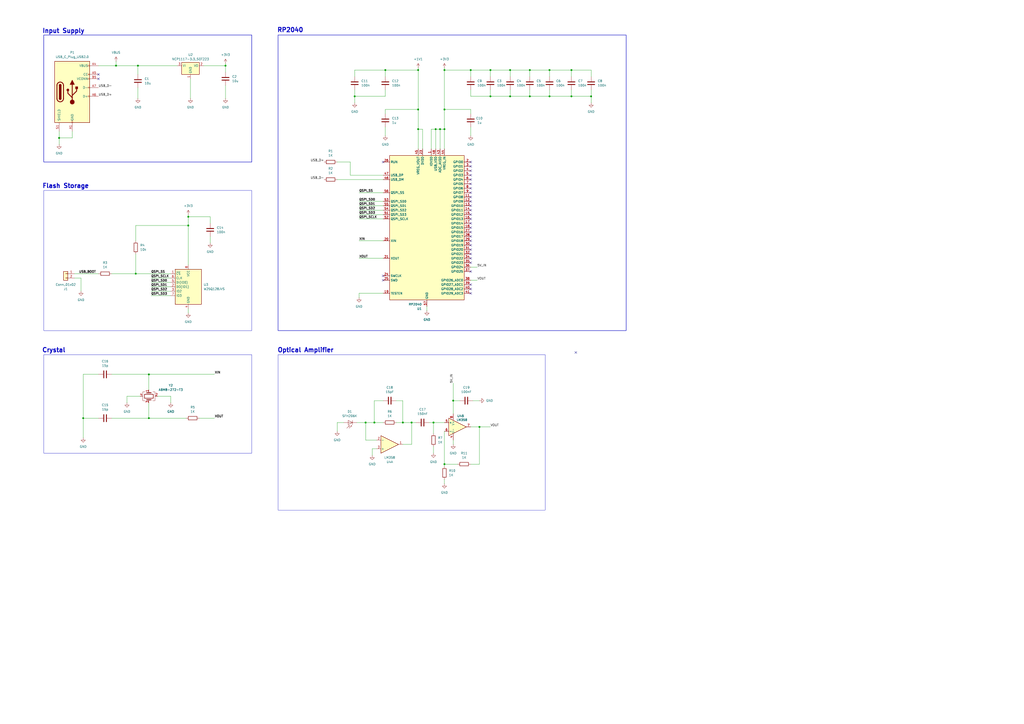
<source format=kicad_sch>
(kicad_sch (version 20231120) (generator "eeschema") (generator_version "8.0")
  (paper "A2")
  (lib_symbols
    (symbol "Amplifier_Operational:LM358" (pin_names (offset 0.127))
      (property "Reference" "U" (at 0 5.08 0))
      (property "Value" "LM358" (at 0 -5.08 0))
      (symbol "LM358_1_1"
        (polyline (pts (xy -5.08 5.08) (xy 5.08 0) (xy -5.08 -5.08) (xy -5.08 5.08)) (stroke (width 0.254)) (fill (type background)))
        (pin output line (at 7.62 0 180) (length 2.54) (name "~") (number "1"))
        (pin input line (at -7.62 -2.54 0) (length 2.54) (name "-") (number "2"))
        (pin input line (at -7.62 2.54 0) (length 2.54) (name "+") (number "3"))
      )
      (symbol "LM358_2_1"
        (polyline (pts (xy -5.08 5.08) (xy 5.08 0) (xy -5.08 -5.08) (xy -5.08 5.08)) (stroke (width 0.254)) (fill (type background)))
        (pin input line (at -7.62 2.54 0) (length 2.54) (name "+") (number "5"))
        (pin input line (at -7.62 -2.54 0) (length 2.54) (name "-") (number "6"))
        (pin output line (at 7.62 0 180) (length 2.54) (name "~") (number "7"))
      )
      (symbol "LM358_3_1"
        (pin power_in line (at -2.54 -7.62 90) (length 3.81) (name "V-") (number "4"))
        (pin power_in line (at -2.54 7.62 270) (length 3.81) (name "V+") (number "8"))
      )
    )
    (symbol "Connector:USB_C_Plug_USB2.0" (pin_names (offset 1.016))
      (property "Reference" "P" (at -10.16 19.05 0))
      (property "Value" "USB_C_Plug_USB2.0" (at 12.7 19.05 0))
      (symbol "USB_C_Plug_USB2.0_0_0"
        (rectangle (start -0.254 -17.78) (end 0.254 -16.764))
        (rectangle (start 10.16 -2.286) (end 9.144 -2.794))
        (rectangle (start 10.16 2.794) (end 9.144 2.286))
        (rectangle (start 10.16 7.874) (end 9.144 7.366))
        (rectangle (start 10.16 10.414) (end 9.144 9.906))
        (rectangle (start 10.16 15.494) (end 9.144 14.986))
      )
      (symbol "USB_C_Plug_USB2.0_0_1"
        (rectangle (start -10.16 17.78) (end 10.16 -17.78) (stroke (width 0.254)) (fill (type background)))
        (arc (start -8.89 -3.81) (mid -6.985 -5.7067) (end -5.08 -3.81) (stroke (width 0.508)))
        (arc (start -7.62 -3.81) (mid -6.985 -4.4423) (end -6.35 -3.81) (stroke (width 0.254)))
        (arc (start -7.62 -3.81) (mid -6.985 -4.4423) (end -6.35 -3.81) (stroke (width 0.254)) (fill (type outline)))
        (rectangle (start -7.62 -3.81) (end -6.35 3.81) (stroke (width 0.254)) (fill (type outline)))
        (arc (start -6.35 3.81) (mid -6.985 4.4423) (end -7.62 3.81) (stroke (width 0.254)))
        (arc (start -6.35 3.81) (mid -6.985 4.4423) (end -7.62 3.81) (stroke (width 0.254)) (fill (type outline)))
        (arc (start -5.08 3.81) (mid -6.985 5.7067) (end -8.89 3.81) (stroke (width 0.508)))
        (circle (center -2.54 1.143) (radius 0.635) (stroke (width 0.254)) (fill (type outline)))
        (circle (center 0 -5.842) (radius 1.27) (fill (type outline)))
        (polyline (pts (xy -8.89 -3.81) (xy -8.89 3.81)) (stroke (width 0.508)))
        (polyline (pts (xy -5.08 3.81) (xy -5.08 -3.81)) (stroke (width 0.508)))
        (polyline (pts (xy 0 -5.842) (xy 0 4.318)) (stroke (width 0.508)))
        (polyline (pts (xy 0 -3.302) (xy -2.54 -0.762) (xy -2.54 0.508)) (stroke (width 0.508)))
        (polyline (pts (xy 0 -2.032) (xy 2.54 0.508) (xy 2.54 1.778)) (stroke (width 0.508)))
        (polyline (pts (xy -1.27 4.318) (xy 0 6.858) (xy 1.27 4.318) (xy -1.27 4.318)) (stroke (width 0.254)) (fill (type outline)))
        (rectangle (start 1.905 1.778) (end 3.175 3.048) (stroke (width 0.254)) (fill (type outline)))
      )
      (symbol "USB_C_Plug_USB2.0_1_1"
        (pin passive line (at 0 -22.86 90) (length 5.08) (name "GND") (number "A1"))
        (pin passive line (at 0 -22.86 90) (length 5.08) hide (name "GND") (number "A12"))
        (pin passive line (at 15.24 15.24 180) (length 5.08) (name "VBUS") (number "A4"))
        (pin bidirectional line (at 15.24 10.16 180) (length 5.08) (name "CC") (number "A5"))
        (pin bidirectional line (at 15.24 -2.54 180) (length 5.08) (name "D+") (number "A6"))
        (pin bidirectional line (at 15.24 2.54 180) (length 5.08) (name "D-") (number "A7"))
        (pin passive line (at 15.24 15.24 180) (length 5.08) hide (name "VBUS") (number "A9"))
        (pin passive line (at 0 -22.86 90) (length 5.08) hide (name "GND") (number "B1"))
        (pin passive line (at 0 -22.86 90) (length 5.08) hide (name "GND") (number "B12"))
        (pin passive line (at 15.24 15.24 180) (length 5.08) hide (name "VBUS") (number "B4"))
        (pin bidirectional line (at 15.24 7.62 180) (length 5.08) (name "VCONN") (number "B5"))
        (pin passive line (at 15.24 15.24 180) (length 5.08) hide (name "VBUS") (number "B9"))
        (pin passive line (at -7.62 -22.86 90) (length 5.08) (name "SHIELD") (number "S1"))
      )
    )
    (symbol "Connector_Generic:Conn_01x02" (pin_names (offset 1.016) hide)
      (property "Reference" "J" (at 0 2.54 0))
      (property "Value" "Conn_01x02" (at 0 -5.08 0))
      (symbol "Conn_01x02_1_1"
        (rectangle (start -1.27 -2.413) (end 0 -2.667) (stroke (width 0.1524)))
        (rectangle (start -1.27 0.127) (end 0 -0.127) (stroke (width 0.1524)))
        (rectangle (start -1.27 1.27) (end 1.27 -3.81) (stroke (width 0.254)) (fill (type background)))
        (pin passive line (at -5.08 0 0) (length 3.81) (name "Pin_1") (number "1"))
        (pin passive line (at -5.08 -2.54 0) (length 3.81) (name "Pin_2") (number "2"))
      )
    )
    (symbol "Device:C" (pin_numbers hide) (pin_names (offset 0.254))
      (property "Reference" "C" (at 0.635 2.54 0))
      (property "Value" "C" (at 0.635 -2.54 0))
      (symbol "C_0_1"
        (polyline (pts (xy -2.032 -0.762) (xy 2.032 -0.762)) (stroke (width 0.508)))
        (polyline (pts (xy -2.032 0.762) (xy 2.032 0.762)) (stroke (width 0.508)))
      )
      (symbol "C_1_1"
        (pin passive line (at 0 3.81 270) (length 2.794) (name "~") (number "1"))
        (pin passive line (at 0 -3.81 90) (length 2.794) (name "~") (number "2"))
      )
    )
    (symbol "Device:Crystal_GND24" (pin_names (offset 1.016) hide)
      (property "Reference" "Y" (at 3.175 5.08 0))
      (property "Value" "Crystal_GND24" (at 3.175 3.175 0))
      (symbol "Crystal_GND24_0_1"
        (rectangle (start -1.143 2.54) (end 1.143 -2.54) (stroke (width 0.3048)))
        (polyline (pts (xy -2.54 0) (xy -2.032 0)))
        (polyline (pts (xy -2.032 -1.27) (xy -2.032 1.27)) (stroke (width 0.508)))
        (polyline (pts (xy 0 -3.81) (xy 0 -3.556)))
        (polyline (pts (xy 0 3.556) (xy 0 3.81)))
        (polyline (pts (xy 2.032 -1.27) (xy 2.032 1.27)) (stroke (width 0.508)))
        (polyline (pts (xy 2.032 0) (xy 2.54 0)))
        (polyline (pts (xy -2.54 -2.286) (xy -2.54 -3.556) (xy 2.54 -3.556) (xy 2.54 -2.286)))
        (polyline (pts (xy -2.54 2.286) (xy -2.54 3.556) (xy 2.54 3.556) (xy 2.54 2.286)))
      )
      (symbol "Crystal_GND24_1_1"
        (pin passive line (at -3.81 0 0) (length 1.27) (name "1") (number "1"))
        (pin passive line (at 0 5.08 270) (length 1.27) (name "2") (number "2"))
        (pin passive line (at 3.81 0 180) (length 1.27) (name "3") (number "3"))
        (pin passive line (at 0 -5.08 90) (length 1.27) (name "4") (number "4"))
      )
    )
    (symbol "Device:R" (pin_numbers hide) (pin_names (offset 0))
      (property "Reference" "R" (at 2.032 0 90))
      (property "Value" "R" (at 0 0 90))
      (symbol "R_0_1"
        (rectangle (start -1.016 -2.54) (end 1.016 2.54) (stroke (width 0.254)))
      )
      (symbol "R_1_1"
        (pin passive line (at 0 3.81 270) (length 1.27) (name "~") (number "1"))
        (pin passive line (at 0 -3.81 90) (length 1.27) (name "~") (number "2"))
      )
    )
    (symbol "MCU_RaspberryPi:RP2040"
      (property "Reference" "U" (at 17.78 45.72 0))
      (property "Value" "RP2040" (at 17.78 43.18 0))
      (symbol "RP2040_0_1"
        (rectangle (start -21.59 41.91) (end 21.59 -41.91) (stroke (width 0.254)) (fill (type background)))
      )
      (symbol "RP2040_1_1"
        (pin power_in line (at 2.54 45.72 270) (length 3.81) (name "IOVDD") (number "1"))
        (pin passive line (at 2.54 45.72 270) (length 3.81) hide (name "IOVDD") (number "10"))
        (pin bidirectional line (at 25.4 17.78 180) (length 3.81) (name "GPIO8") (number "11"))
        (pin bidirectional line (at 25.4 15.24 180) (length 3.81) (name "GPIO9") (number "12"))
        (pin bidirectional line (at 25.4 12.7 180) (length 3.81) (name "GPIO10") (number "13"))
        (pin bidirectional line (at 25.4 10.16 180) (length 3.81) (name "GPIO11") (number "14"))
        (pin bidirectional line (at 25.4 7.62 180) (length 3.81) (name "GPIO12") (number "15"))
        (pin bidirectional line (at 25.4 5.08 180) (length 3.81) (name "GPIO13") (number "16"))
        (pin bidirectional line (at 25.4 2.54 180) (length 3.81) (name "GPIO14") (number "17"))
        (pin bidirectional line (at 25.4 0 180) (length 3.81) (name "GPIO15") (number "18"))
        (pin input line (at -25.4 -38.1 0) (length 3.81) (name "TESTEN") (number "19"))
        (pin bidirectional line (at 25.4 38.1 180) (length 3.81) (name "GPIO0") (number "2"))
        (pin input line (at -25.4 -7.62 0) (length 3.81) (name "XIN") (number "20"))
        (pin passive line (at -25.4 -17.78 0) (length 3.81) (name "XOUT") (number "21"))
        (pin passive line (at 2.54 45.72 270) (length 3.81) hide (name "IOVDD") (number "22"))
        (pin power_in line (at -2.54 45.72 270) (length 3.81) (name "DVDD") (number "23"))
        (pin input line (at -25.4 -27.94 0) (length 3.81) (name "SWCLK") (number "24"))
        (pin bidirectional line (at -25.4 -30.48 0) (length 3.81) (name "SWD") (number "25"))
        (pin input line (at -25.4 38.1 0) (length 3.81) (name "RUN") (number "26"))
        (pin bidirectional line (at 25.4 -2.54 180) (length 3.81) (name "GPIO16") (number "27"))
        (pin bidirectional line (at 25.4 -5.08 180) (length 3.81) (name "GPIO17") (number "28"))
        (pin bidirectional line (at 25.4 -7.62 180) (length 3.81) (name "GPIO18") (number "29"))
        (pin bidirectional line (at 25.4 35.56 180) (length 3.81) (name "GPIO1") (number "3"))
        (pin bidirectional line (at 25.4 -10.16 180) (length 3.81) (name "GPIO19") (number "30"))
        (pin bidirectional line (at 25.4 -12.7 180) (length 3.81) (name "GPIO20") (number "31"))
        (pin bidirectional line (at 25.4 -15.24 180) (length 3.81) (name "GPIO21") (number "32"))
        (pin passive line (at 2.54 45.72 270) (length 3.81) hide (name "IOVDD") (number "33"))
        (pin bidirectional line (at 25.4 -17.78 180) (length 3.81) (name "GPIO22") (number "34"))
        (pin bidirectional line (at 25.4 -20.32 180) (length 3.81) (name "GPIO23") (number "35"))
        (pin bidirectional line (at 25.4 -22.86 180) (length 3.81) (name "GPIO24") (number "36"))
        (pin bidirectional line (at 25.4 -25.4 180) (length 3.81) (name "GPIO25") (number "37"))
        (pin bidirectional line (at 25.4 -30.48 180) (length 3.81) (name "GPIO26_ADC0") (number "38"))
        (pin bidirectional line (at 25.4 -33.02 180) (length 3.81) (name "GPIO27_ADC1") (number "39"))
        (pin bidirectional line (at 25.4 33.02 180) (length 3.81) (name "GPIO2") (number "4"))
        (pin bidirectional line (at 25.4 -35.56 180) (length 3.81) (name "GPIO28_ADC2") (number "40"))
        (pin bidirectional line (at 25.4 -38.1 180) (length 3.81) (name "GPIO29_ADC3") (number "41"))
        (pin passive line (at 2.54 45.72 270) (length 3.81) hide (name "IOVDD") (number "42"))
        (pin power_in line (at 7.62 45.72 270) (length 3.81) (name "ADC_AVDD") (number "43"))
        (pin power_in line (at 10.16 45.72 270) (length 3.81) (name "VREG_IN") (number "44"))
        (pin power_out line (at -5.08 45.72 270) (length 3.81) (name "VREG_VOUT") (number "45"))
        (pin bidirectional line (at -25.4 27.94 0) (length 3.81) (name "USB_DM") (number "46"))
        (pin bidirectional line (at -25.4 30.48 0) (length 3.81) (name "USB_DP") (number "47"))
        (pin power_in line (at 5.08 45.72 270) (length 3.81) (name "USB_VDD") (number "48"))
        (pin passive line (at 2.54 45.72 270) (length 3.81) hide (name "IOVDD") (number "49"))
        (pin bidirectional line (at 25.4 30.48 180) (length 3.81) (name "GPIO3") (number "5"))
        (pin passive line (at -2.54 45.72 270) (length 3.81) hide (name "DVDD") (number "50"))
        (pin bidirectional line (at -25.4 7.62 0) (length 3.81) (name "QSPI_SD3") (number "51"))
        (pin output line (at -25.4 5.08 0) (length 3.81) (name "QSPI_SCLK") (number "52"))
        (pin bidirectional line (at -25.4 15.24 0) (length 3.81) (name "QSPI_SD0") (number "53"))
        (pin bidirectional line (at -25.4 10.16 0) (length 3.81) (name "QSPI_SD2") (number "54"))
        (pin bidirectional line (at -25.4 12.7 0) (length 3.81) (name "QSPI_SD1") (number "55"))
        (pin bidirectional line (at -25.4 20.32 0) (length 3.81) (name "QSPI_SS") (number "56"))
        (pin power_in line (at 0 -45.72 90) (length 3.81) (name "GND") (number "57"))
        (pin bidirectional line (at 25.4 27.94 180) (length 3.81) (name "GPIO4") (number "6"))
        (pin bidirectional line (at 25.4 25.4 180) (length 3.81) (name "GPIO5") (number "7"))
        (pin bidirectional line (at 25.4 22.86 180) (length 3.81) (name "GPIO6") (number "8"))
        (pin bidirectional line (at 25.4 20.32 180) (length 3.81) (name "GPIO7") (number "9"))
      )
    )
    (symbol "Memory_Flash:W25Q128JVS"
      (property "Reference" "U" (at -6.35 11.43 0))
      (property "Value" "W25Q128JVS" (at 7.62 11.43 0))
      (symbol "W25Q128JVS_0_1"
        (rectangle (start -7.62 10.16) (end 7.62 -10.16) (stroke (width 0.254)) (fill (type background)))
      )
      (symbol "W25Q128JVS_1_1"
        (pin input line (at -10.16 7.62 0) (length 2.54) (name "~{CS}") (number "1"))
        (pin bidirectional line (at -10.16 0 0) (length 2.54) (name "DO(IO1)") (number "2"))
        (pin bidirectional line (at -10.16 -2.54 0) (length 2.54) (name "IO2") (number "3"))
        (pin power_in line (at 0 -12.7 90) (length 2.54) (name "GND") (number "4"))
        (pin bidirectional line (at -10.16 2.54 0) (length 2.54) (name "DI(IO0)") (number "5"))
        (pin input line (at -10.16 5.08 0) (length 2.54) (name "CLK") (number "6"))
        (pin bidirectional line (at -10.16 -5.08 0) (length 2.54) (name "IO3") (number "7"))
        (pin power_in line (at 0 12.7 270) (length 2.54) (name "VCC") (number "8"))
      )
    )
    (symbol "Regulator_Linear:NCP1117-3.3_SOT223"
      (property "Reference" "U" (at -3.81 3.175 0))
      (property "Value" "NCP1117-3.3_SOT223" (at 0 3.175 0))
      (symbol "NCP1117-3.3_SOT223_0_1"
        (rectangle (start -5.08 -5.08) (end 5.08 1.905) (stroke (width 0.254)) (fill (type background)))
      )
      (symbol "NCP1117-3.3_SOT223_1_1"
        (pin power_in line (at 0 -7.62 90) (length 2.54) (name "GND") (number "1"))
        (pin power_out line (at 7.62 0 180) (length 2.54) (name "VO") (number "2"))
        (pin power_in line (at -7.62 0 0) (length 2.54) (name "VI") (number "3"))
      )
    )
    (symbol "Sensor_Optical:SFH206K" (pin_numbers hide) (pin_names hide)
      (property "Reference" "D" (at 0.508 1.778 0))
      (property "Value" "SFH206K" (at -1.016 -2.794 0))
      (symbol "SFH206K_0_1"
        (polyline (pts (xy -2.54 1.27) (xy -2.54 -1.27)) (stroke (width 0.1524)))
        (polyline (pts (xy -2.032 1.778) (xy -1.524 1.778)))
        (polyline (pts (xy 0 -1.27) (xy 0 1.27)))
        (polyline (pts (xy 0 0) (xy -2.54 0)))
        (polyline (pts (xy -0.508 3.302) (xy -2.032 1.778) (xy -2.032 2.286)))
        (polyline (pts (xy 0 1.27) (xy -2.54 0) (xy 0 -1.27)))
        (polyline (pts (xy 0.762 3.302) (xy -0.762 1.778) (xy -0.762 2.286) (xy -0.762 1.778) (xy -0.254 1.778)))
      )
      (symbol "SFH206K_1_1"
        (pin passive line (at -5.08 0 0) (length 2.54) (name "K") (number "1"))
        (pin passive line (at 2.54 0 180) (length 2.54) (name "A") (number "2"))
      )
    )
    (symbol "power:+1V1" (power) (pin_numbers hide) (pin_names (offset 0) hide)
      (property "Value" "+1V1" (at 0 3.556 0))
      (symbol "+1V1_0_1"
        (polyline (pts (xy -0.762 1.27) (xy 0 2.54)))
        (polyline (pts (xy 0 0) (xy 0 2.54)))
        (polyline (pts (xy 0 2.54) (xy 0.762 1.27)))
      )
      (symbol "+1V1_1_1"
        (pin power_in line (at 0 0 90) (length 0) (name "~") (number "1"))
      )
    )
    (symbol "power:+3V3" (power) (pin_numbers hide) (pin_names (offset 0) hide)
      (property "Value" "+3V3" (at 0 3.556 0))
      (symbol "+3V3_0_1"
        (polyline (pts (xy -0.762 1.27) (xy 0 2.54)))
        (polyline (pts (xy 0 0) (xy 0 2.54)))
        (polyline (pts (xy 0 2.54) (xy 0.762 1.27)))
      )
      (symbol "+3V3_1_1"
        (pin power_in line (at 0 0 90) (length 0) (name "~") (number "1"))
      )
    )
    (symbol "power:GND" (power) (pin_numbers hide) (pin_names (offset 0) hide)
      (property "Value" "GND" (at 0 -3.81 0))
      (symbol "GND_0_1"
        (polyline (pts (xy 0 0) (xy 0 -1.27) (xy 1.27 -1.27) (xy 0 -2.54) (xy -1.27 -1.27) (xy 0 -1.27)))
      )
      (symbol "GND_1_1"
        (pin power_in line (at 0 0 270) (length 0) (name "~") (number "1"))
      )
    )
    (symbol "power:VBUS" (power) (pin_numbers hide) (pin_names (offset 0) hide)
      (property "Value" "VBUS" (at 0 3.556 0))
      (symbol "VBUS_0_1"
        (polyline (pts (xy -0.762 1.27) (xy 0 2.54)))
        (polyline (pts (xy 0 0) (xy 0 2.54)))
        (polyline (pts (xy 0 2.54) (xy 0.762 1.27)))
      )
      (symbol "VBUS_1_1"
        (pin power_in line (at 0 0 90) (length 0) (name "~") (number "1"))
      )
    )
  )
  (junction (at 331.47 55.88))
  (junction (at 78.74 158.75))
  (junction (at 86.36 242.57))
  (junction (at 255.27 74.93))
  (junction (at 109.22 125.73))
  (junction (at 257.81 269.24))
  (junction (at 307.34 55.88))
  (junction (at 278.13 247.65))
  (junction (at 34.29 80.01))
  (junction (at 242.57 40.64))
  (junction (at 242.57 63.5))
  (junction (at 48.26 242.57))
  (junction (at 257.81 63.5))
  (junction (at 252.73 74.93))
  (junction (at 238.76 245.11))
  (junction (at 205.74 55.88))
  (junction (at 331.47 40.64))
  (junction (at 130.81 38.1))
  (junction (at 67.31 38.1))
  (junction (at 318.77 55.88))
  (junction (at 318.77 40.64))
  (junction (at 233.68 245.11))
  (junction (at 295.91 55.88))
  (junction (at 223.52 40.64))
  (junction (at 80.01 38.1))
  (junction (at 284.48 40.64))
  (junction (at 295.91 40.64))
  (junction (at 273.05 40.64))
  (junction (at 257.81 40.64))
  (junction (at 251.46 245.11))
  (junction (at 242.57 74.93))
  (junction (at 212.09 245.11))
  (junction (at 307.34 40.64))
  (junction (at 342.9 55.88))
  (junction (at 86.36 217.17))
  (junction (at 284.48 55.88))
  (junction (at 262.89 232.41))
  (junction (at 109.22 130.81))
  (junction (at 257.81 74.93))
  (junction (at 217.17 245.11))
  (no_connect (at 273.05 106.68))
  (no_connect (at 57.15 43.18))
  (no_connect (at 273.05 149.86))
  (no_connect (at 57.15 45.72))
  (no_connect (at 273.05 119.38))
  (no_connect (at 273.05 114.3))
  (no_connect (at 273.05 132.08))
  (no_connect (at 273.05 142.24))
  (no_connect (at 273.05 147.32))
  (no_connect (at 222.25 160.02))
  (no_connect (at 273.05 116.84))
  (no_connect (at 273.05 96.52))
  (no_connect (at 273.05 104.14))
  (no_connect (at 273.05 127))
  (no_connect (at 273.05 111.76))
  (no_connect (at 273.05 157.48))
  (no_connect (at 273.05 121.92))
  (no_connect (at 273.05 144.78))
  (no_connect (at 273.05 101.6))
  (no_connect (at 273.05 139.7))
  (no_connect (at 222.25 93.98))
  (no_connect (at 273.05 99.06))
  (no_connect (at 334.01 204.47))
  (no_connect (at 273.05 170.18))
  (no_connect (at 273.05 109.22))
  (no_connect (at 273.05 93.98))
  (no_connect (at 273.05 134.62))
  (no_connect (at 273.05 129.54))
  (no_connect (at 273.05 165.1))
  (no_connect (at 273.05 124.46))
  (no_connect (at 222.25 162.56))
  (no_connect (at 273.05 152.4))
  (no_connect (at 273.05 167.64))
  (no_connect (at 273.05 137.16))
  (wire (pts (xy 78.74 139.7) (xy 78.74 130.81)))
  (wire (pts (xy 43.18 161.29) (xy 46.99 161.29)))
  (wire (pts (xy 262.89 222.25) (xy 262.89 232.41)))
  (wire (pts (xy 223.52 63.5) (xy 242.57 63.5)))
  (wire (pts (xy 278.13 247.65) (xy 278.13 269.24)))
  (wire (pts (xy 274.32 232.41) (xy 278.13 232.41)))
  (wire (pts (xy 250.19 86.36) (xy 250.19 74.93)))
  (wire (pts (xy 318.77 40.64) (xy 307.34 40.64)))
  (wire (pts (xy 257.81 278.13) (xy 257.81 280.67)))
  (wire (pts (xy 222.25 232.41) (xy 217.17 232.41)))
  (wire (pts (xy 251.46 245.11) (xy 251.46 251.46)))
  (wire (pts (xy 331.47 55.88) (xy 342.9 55.88)))
  (wire (pts (xy 262.89 255.27) (xy 262.89 257.81)))
  (wire (pts (xy 318.77 55.88) (xy 331.47 55.88)))
  (wire (pts (xy 46.99 161.29) (xy 46.99 168.91)))
  (wire (pts (xy 212.09 245.11) (xy 217.17 245.11)))
  (wire (pts (xy 217.17 232.41) (xy 217.17 245.11)))
  (wire (pts (xy 242.57 39.37) (xy 242.57 40.64)))
  (wire (pts (xy 307.34 55.88) (xy 318.77 55.88)))
  (wire (pts (xy 86.36 217.17) (xy 86.36 226.06)))
  (wire (pts (xy 252.73 86.36) (xy 252.73 74.93)))
  (wire (pts (xy 203.2 93.98) (xy 195.58 93.98)))
  (wire (pts (xy 212.09 255.27) (xy 212.09 245.11)))
  (wire (pts (xy 48.26 242.57) (xy 57.15 242.57)))
  (wire (pts (xy 212.09 255.27) (xy 218.44 255.27)))
  (wire (pts (xy 64.77 217.17) (xy 86.36 217.17)))
  (wire (pts (xy 331.47 40.64) (xy 318.77 40.64)))
  (wire (pts (xy 257.81 39.37) (xy 257.81 40.64)))
  (wire (pts (xy 251.46 245.11) (xy 257.81 245.11)))
  (wire (pts (xy 342.9 44.45) (xy 342.9 40.64)))
  (wire (pts (xy 223.52 40.64) (xy 205.74 40.64)))
  (wire (pts (xy 223.52 55.88) (xy 205.74 55.88)))
  (wire (pts (xy 247.65 177.8) (xy 247.65 180.34)))
  (wire (pts (xy 34.29 76.2) (xy 34.29 80.01)))
  (wire (pts (xy 78.74 130.81) (xy 109.22 130.81)))
  (wire (pts (xy 331.47 40.64) (xy 331.47 44.45)))
  (wire (pts (xy 248.92 245.11) (xy 251.46 245.11)))
  (wire (pts (xy 67.31 35.56) (xy 67.31 38.1)))
  (wire (pts (xy 80.01 38.1) (xy 80.01 43.18)))
  (wire (pts (xy 342.9 55.88) (xy 342.9 52.07)))
  (wire (pts (xy 208.28 170.18) (xy 208.28 172.72)))
  (wire (pts (xy 48.26 217.17) (xy 57.15 217.17)))
  (wire (pts (xy 109.22 179.07) (xy 109.22 181.61)))
  (wire (pts (xy 252.73 74.93) (xy 255.27 74.93)))
  (wire (pts (xy 87.63 166.37) (xy 99.06 166.37)))
  (wire (pts (xy 331.47 52.07) (xy 331.47 55.88)))
  (wire (pts (xy 245.11 74.93) (xy 242.57 74.93)))
  (wire (pts (xy 67.31 38.1) (xy 80.01 38.1)))
  (wire (pts (xy 233.68 257.81) (xy 238.76 257.81)))
  (wire (pts (xy 208.28 127) (xy 222.25 127)))
  (wire (pts (xy 48.26 242.57) (xy 48.26 254)))
  (wire (pts (xy 91.44 229.87) (xy 99.06 229.87)))
  (wire (pts (xy 257.81 40.64) (xy 273.05 40.64)))
  (wire (pts (xy 80.01 50.8) (xy 80.01 57.15)))
  (wire (pts (xy 34.29 80.01) (xy 34.29 83.82)))
  (wire (pts (xy 278.13 269.24) (xy 273.05 269.24)))
  (wire (pts (xy 130.81 49.53) (xy 130.81 57.15)))
  (wire (pts (xy 273.05 52.07) (xy 273.05 55.88)))
  (wire (pts (xy 115.57 242.57) (xy 124.46 242.57)))
  (wire (pts (xy 238.76 245.11) (xy 241.3 245.11)))
  (wire (pts (xy 242.57 40.64) (xy 242.57 63.5)))
  (wire (pts (xy 195.58 245.11) (xy 195.58 250.19)))
  (wire (pts (xy 238.76 257.81) (xy 238.76 245.11)))
  (wire (pts (xy 86.36 233.68) (xy 86.36 242.57)))
  (wire (pts (xy 99.06 229.87) (xy 99.06 233.68)))
  (wire (pts (xy 284.48 55.88) (xy 295.91 55.88)))
  (wire (pts (xy 284.48 40.64) (xy 273.05 40.64)))
  (wire (pts (xy 284.48 40.64) (xy 284.48 44.45)))
  (wire (pts (xy 121.92 129.54) (xy 121.92 125.73)))
  (wire (pts (xy 78.74 147.32) (xy 78.74 158.75)))
  (wire (pts (xy 257.81 250.19) (xy 257.81 269.24)))
  (wire (pts (xy 78.74 158.75) (xy 99.06 158.75)))
  (wire (pts (xy 109.22 124.46) (xy 109.22 125.73)))
  (wire (pts (xy 208.28 111.76) (xy 222.25 111.76)))
  (wire (pts (xy 87.63 171.45) (xy 99.06 171.45)))
  (wire (pts (xy 222.25 170.18) (xy 208.28 170.18)))
  (wire (pts (xy 118.11 38.1) (xy 130.81 38.1)))
  (wire (pts (xy 295.91 40.64) (xy 284.48 40.64)))
  (wire (pts (xy 130.81 38.1) (xy 130.81 41.91)))
  (wire (pts (xy 208.28 149.86) (xy 222.25 149.86)))
  (wire (pts (xy 208.28 124.46) (xy 222.25 124.46)))
  (wire (pts (xy 229.87 232.41) (xy 233.68 232.41)))
  (wire (pts (xy 257.81 86.36) (xy 257.81 74.93)))
  (wire (pts (xy 307.34 40.64) (xy 307.34 44.45)))
  (wire (pts (xy 222.25 101.6) (xy 203.2 101.6)))
  (wire (pts (xy 57.15 38.1) (xy 67.31 38.1)))
  (wire (pts (xy 233.68 232.41) (xy 233.68 245.11)))
  (wire (pts (xy 223.52 73.66) (xy 223.52 78.74)))
  (wire (pts (xy 257.81 74.93) (xy 255.27 74.93)))
  (wire (pts (xy 121.92 125.73) (xy 109.22 125.73)))
  (wire (pts (xy 295.91 52.07) (xy 295.91 55.88)))
  (wire (pts (xy 223.52 63.5) (xy 223.52 66.04)))
  (wire (pts (xy 251.46 259.08) (xy 251.46 262.89)))
  (wire (pts (xy 205.74 55.88) (xy 205.74 59.69)))
  (wire (pts (xy 257.81 40.64) (xy 257.81 63.5)))
  (wire (pts (xy 255.27 74.93) (xy 255.27 86.36)))
  (wire (pts (xy 262.89 232.41) (xy 262.89 240.03)))
  (wire (pts (xy 81.28 229.87) (xy 73.66 229.87)))
  (wire (pts (xy 295.91 40.64) (xy 295.91 44.45)))
  (wire (pts (xy 257.81 269.24) (xy 257.81 270.51)))
  (wire (pts (xy 245.11 86.36) (xy 245.11 74.93)))
  (wire (pts (xy 41.91 76.2) (xy 41.91 80.01)))
  (wire (pts (xy 278.13 247.65) (xy 284.48 247.65)))
  (wire (pts (xy 215.9 260.35) (xy 218.44 260.35)))
  (wire (pts (xy 273.05 154.94) (xy 276.86 154.94)))
  (wire (pts (xy 273.05 40.64) (xy 273.05 44.45)))
  (wire (pts (xy 257.81 269.24) (xy 265.43 269.24)))
  (wire (pts (xy 342.9 40.64) (xy 331.47 40.64)))
  (wire (pts (xy 229.87 245.11) (xy 233.68 245.11)))
  (wire (pts (xy 342.9 55.88) (xy 342.9 59.69)))
  (wire (pts (xy 86.36 242.57) (xy 107.95 242.57)))
  (wire (pts (xy 121.92 137.16) (xy 121.92 140.97)))
  (wire (pts (xy 130.81 36.83) (xy 130.81 38.1)))
  (wire (pts (xy 203.2 101.6) (xy 203.2 93.98)))
  (wire (pts (xy 43.18 158.75) (xy 57.15 158.75)))
  (wire (pts (xy 199.39 245.11) (xy 195.58 245.11)))
  (wire (pts (xy 223.52 40.64) (xy 242.57 40.64)))
  (wire (pts (xy 242.57 63.5) (xy 242.57 74.93)))
  (wire (pts (xy 205.74 40.64) (xy 205.74 44.45)))
  (wire (pts (xy 208.28 119.38) (xy 222.25 119.38)))
  (wire (pts (xy 110.49 45.72) (xy 110.49 57.15)))
  (wire (pts (xy 295.91 55.88) (xy 307.34 55.88)))
  (wire (pts (xy 223.52 44.45) (xy 223.52 40.64)))
  (wire (pts (xy 87.63 161.29) (xy 99.06 161.29)))
  (wire (pts (xy 109.22 130.81) (xy 109.22 153.67)))
  (wire (pts (xy 307.34 52.07) (xy 307.34 55.88)))
  (wire (pts (xy 257.81 63.5) (xy 273.05 63.5)))
  (wire (pts (xy 48.26 217.17) (xy 48.26 242.57)))
  (wire (pts (xy 73.66 229.87) (xy 73.66 233.68)))
  (wire (pts (xy 207.01 245.11) (xy 212.09 245.11)))
  (wire (pts (xy 273.05 162.56) (xy 276.86 162.56)))
  (wire (pts (xy 250.19 74.93) (xy 252.73 74.93)))
  (wire (pts (xy 307.34 40.64) (xy 295.91 40.64)))
  (wire (pts (xy 208.28 116.84) (xy 222.25 116.84)))
  (wire (pts (xy 215.9 264.16) (xy 215.9 260.35)))
  (wire (pts (xy 208.28 121.92) (xy 222.25 121.92)))
  (wire (pts (xy 205.74 52.07) (xy 205.74 55.88)))
  (wire (pts (xy 273.05 63.5) (xy 273.05 66.04)))
  (wire (pts (xy 195.58 104.14) (xy 222.25 104.14)))
  (wire (pts (xy 318.77 40.64) (xy 318.77 44.45)))
  (wire (pts (xy 41.91 80.01) (xy 34.29 80.01)))
  (wire (pts (xy 273.05 55.88) (xy 284.48 55.88)))
  (wire (pts (xy 257.81 63.5) (xy 257.81 74.93)))
  (wire (pts (xy 217.17 245.11) (xy 222.25 245.11)))
  (wire (pts (xy 87.63 163.83) (xy 99.06 163.83)))
  (wire (pts (xy 273.05 73.66) (xy 273.05 78.74)))
  (wire (pts (xy 318.77 52.07) (xy 318.77 55.88)))
  (wire (pts (xy 266.7 232.41) (xy 262.89 232.41)))
  (wire (pts (xy 86.36 217.17) (xy 124.46 217.17)))
  (wire (pts (xy 87.63 168.91) (xy 99.06 168.91)))
  (wire (pts (xy 242.57 74.93) (xy 242.57 86.36)))
  (wire (pts (xy 284.48 52.07) (xy 284.48 55.88)))
  (wire (pts (xy 223.52 52.07) (xy 223.52 55.88)))
  (wire (pts (xy 273.05 247.65) (xy 278.13 247.65)))
  (wire (pts (xy 233.68 245.11) (xy 238.76 245.11)))
  (wire (pts (xy 64.77 242.57) (xy 86.36 242.57)))
  (wire (pts (xy 109.22 125.73) (xy 109.22 130.81)))
  (wire (pts (xy 80.01 38.1) (xy 102.87 38.1)))
  (wire (pts (xy 208.28 139.7) (xy 222.25 139.7)))
  (wire (pts (xy 64.77 158.75) (xy 78.74 158.75)))
  (rectangle (start 25.4 110.49) (end 146.05 191.77))
  (rectangle (start 161.29 20.32) (end 363.22 191.77) (stroke (width 0.254)))
  (rectangle (start 25.4 205.74) (end 146.05 262.89))
  (rectangle (start 161.29 205.74) (end 316.23 295.91))
  (rectangle (start 25.4 20.32) (end 146.05 93.98) (stroke (width 0.254)))
  (text "Flash Storage" (at 38.1 107.95 0) (effects (font (size 2.54 2.54) (thickness 0.508) (bold yes))))
  (text "Input Supply" (at 36.83 18.034 0) (effects (font (size 2.54 2.54) (thickness 0.508) (bold yes))))
  (text "RP2040" (at 168.402 17.526 0) (effects (font (size 2.54 2.54) (thickness 0.508) (bold yes))))
  (text "Crystal" (at 31.242 203.2 0) (effects (font (size 2.54 2.54) (thickness 0.508) (bold yes))))
  (text "Optical Amplifier" (at 177.292 203.2 0) (effects (font (size 2.54 2.54) (thickness 0.508) (bold yes))))
  (label "XIN" (at 124.46 217.17 0) (effects (font (thickness 0.254) (bold yes))))
  (label "QSPI_SCLK" (at 208.28 127 0) (effects (font (thickness 0.254) (bold yes))))
  (label "QSPI_SD2" (at 87.63 168.91 0) (effects (font (thickness 0.254) (bold yes))))
  (label "QSPI_SD3" (at 87.63 171.45 0) (effects (font (thickness 0.254) (bold yes))))
  (label "5V_IN" (at 262.89 222.25 90))
  (label "QSPI_SS" (at 87.63 158.75 0) (effects (font (thickness 0.254) (bold yes))))
  (label "QSPI_SD0" (at 87.63 163.83 0) (effects (font (thickness 0.254) (bold yes))))
  (label "QSPI_SD1" (at 87.63 166.37 0) (effects (font (thickness 0.254) (bold yes))))
  (label "USB_D-" (at 57.15 50.8 0))
  (label "QSPI_SD2" (at 208.28 121.92 0) (effects (font (thickness 0.254) (bold yes))))
  (label "5V_IN" (at 276.86 154.94 0))
  (label "XIN" (at 208.28 139.7 0) (effects (font (thickness 0.254) (bold yes))))
  (label "XOUT" (at 124.46 242.57 0) (effects (font (thickness 0.254) (bold yes))))
  (label "USB_D-" (at 187.96 104.14 180))
  (label "USB_D+" (at 57.15 55.88 0))
  (label "VOUT" (at 284.48 247.65 0))
  (label "QSPI_SCLK" (at 87.63 161.29 0) (effects (font (thickness 0.254) (bold yes))))
  (label "XOUT" (at 208.28 149.86 0) (effects (font (thickness 0.254) (bold yes))))
  (label "QSPI_SD3" (at 208.28 124.46 0) (effects (font (thickness 0.254) (bold yes))))
  (label "VOUT" (at 276.86 162.56 0))
  (label "QSPI_SD1" (at 208.28 119.38 0) (effects (font (thickness 0.254) (bold yes))))
  (label "USB_D+" (at 187.96 93.98 180))
  (label "QSPI_SD0" (at 208.28 116.84 0) (effects (font (thickness 0.254) (bold yes))))
  (label "QSPI_SS" (at 208.28 111.76 0) (effects (font (thickness 0.254) (bold yes))))
  (label "USB_BOOT" (at 45.72 158.75 0) (effects (font (thickness 0.254) (bold yes))))
  (symbol (lib_id "power:GND") (at 110.49 57.15 0) (unit 1)
    (property "Reference" "#PWR03" (effects (hide yes)))
    (property "Value" "GND" (at 110.49 62.23 0))
    (property "Description" "Power symbol creates a global label with name \"GND\" , ground" (effects (hide yes)))
  )
  (symbol (lib_id "MCU_RaspberryPi:RP2040") (at 247.65 132.08 0) (unit 1)
    (property "Reference" "U1" (at 244.6335 179.07 0) (effects (justify right)))
    (property "Value" "RP2040" (at 244.6335 176.53 0) (effects (justify right)))
    (property "Footprint" "Package_DFN_QFN:QFN-52-1EP_7x8mm_P0.5mm_EP5.41x6.45mm" (effects (hide yes)))
    (property "Datasheet" "https://datasheets.raspberrypi.com/rp2040/rp2040-datasheet.pdf" (effects (hide yes)))
    (property "Description" "A microcontroller by Raspberry Pi" (effects (hide yes)))
  )
  (symbol (lib_id "Sensor_Optical:SFH206K") (at 201.93 245.11 180) (unit 1)
    (property "Reference" "D1" (at 202.8571 238.76 0))
    (property "Value" "SFH206K" (at 202.8571 241.3 0))
    (property "Footprint" "OptoDevice:Osram_SFH2201" (effects (hide yes)))
    (property "Datasheet" "http://www.osram-os.com/Graphics/XPic0/00211439_0.pdf/SFH%20206%20K.pdf" (effects (hide yes)))
    (property "Description" "Silicon PIN Photodiode" (effects (hide yes)))
  )
  (symbol (lib_id "power:GND") (at 223.52 78.74 0) (unit 1)
    (property "Reference" "#PWR09" (effects (hide yes)))
    (property "Value" "GND" (at 223.52 83.82 0))
    (property "Description" "Power symbol creates a global label with name \"GND\" , ground" (effects (hide yes)))
  )
  (symbol (lib_id "Device:C") (at 295.91 48.26 0) (unit 1)
    (property "Reference" "C4" (at 299.72 46.9899 0) (effects (justify left)))
    (property "Value" "100n" (at 299.72 49.5299 0) (effects (justify left)))
    (property "Footprint" "Capacitor_SMD:C_0603_1608Metric_Pad1.08x0.95mm_HandSolder" (effects (hide yes)))
    (property "Description" "Unpolarized capacitor" (effects (hide yes)))
  )
  (symbol (lib_id "power:+3V3") (at 257.81 39.37 0) (unit 1)
    (property "Reference" "#PWR011" (effects (hide yes)))
    (property "Value" "+3V3" (at 257.81 34.29 0))
    (property "Description" "Power symbol creates a global label with name \"+3V3\"" (effects (hide yes)))
  )
  (symbol (lib_id "Device:Crystal_GND24") (at 86.36 229.87 270) (unit 1)
    (property "Reference" "Y2" (at 99.06 223.5514 90))
    (property "Value" "ABM8-272-T3" (at 99.06 226.0914 90))
    (property "Footprint" "Crystal:Crystal_SMD_Abracon_ABM8G-4Pin_3.2x2.5mm" (effects (hide yes)))
    (property "Description" "Four pin crystal, GND on pins 2 and 4" (effects (hide yes)))
  )
  (symbol (lib_id "Device:C") (at 307.34 48.26 0) (unit 1)
    (property "Reference" "C5" (at 311.15 46.9899 0) (effects (justify left)))
    (property "Value" "100n" (at 311.15 49.5299 0) (effects (justify left)))
    (property "Footprint" "Capacitor_SMD:C_0603_1608Metric_Pad1.08x0.95mm_HandSolder" (effects (hide yes)))
    (property "Description" "Unpolarized capacitor" (effects (hide yes)))
  )
  (symbol (lib_id "Device:C") (at 270.51 232.41 90) (unit 1)
    (property "Reference" "C19" (at 270.51 224.79 90))
    (property "Value" "100nF" (at 270.51 227.33 90))
    (property "Footprint" "Capacitor_SMD:C_0805_2012Metric_Pad1.18x1.45mm_HandSolder" (effects (hide yes)))
    (property "Description" "Unpolarized capacitor" (effects (hide yes)))
  )
  (symbol (lib_id "power:GND") (at 80.01 57.15 0) (unit 1)
    (property "Reference" "#PWR02" (effects (hide yes)))
    (property "Value" "GND" (at 80.01 62.23 0))
    (property "Description" "Power symbol creates a global label with name \"GND\" , ground" (effects (hide yes)))
  )
  (symbol (lib_id "power:GND") (at 215.9 264.16 0) (unit 1)
    (property "Reference" "#PWR023" (effects (hide yes)))
    (property "Value" "GND" (at 215.9 269.24 0))
    (property "Description" "Power symbol creates a global label with name \"GND\" , ground" (effects (hide yes)))
  )
  (symbol (lib_id "Amplifier_Operational:LM358") (at 265.43 247.65 0) (unit 2)
    (property "Reference" "U4" (at 267.208 241.3 0))
    (property "Value" "LM358" (at 267.97 243.586 0))
    (property "Footprint" "Package_SO:OnSemi_Micro8" (effects (hide yes)))
    (property "Datasheet" "http://www.ti.com/lit/ds/symlink/lm2904-n.pdf" (effects (hide yes)))
    (property "Description" "Low-Power, Dual Operational Amplifiers, DIP-8/SOIC-8/TO-99-8" (effects (hide yes)))
  )
  (symbol (lib_id "Device:C") (at 60.96 217.17 90) (unit 1)
    (property "Reference" "C16" (at 60.96 209.55 90))
    (property "Value" "15p" (at 60.96 212.09 90))
    (property "Footprint" "Capacitor_SMD:C_0603_1608Metric_Pad1.08x0.95mm_HandSolder" (effects (hide yes)))
    (property "Description" "Unpolarized capacitor" (effects (hide yes)))
  )
  (symbol (lib_id "Memory_Flash:W25Q128JVS") (at 109.22 166.37 0) (unit 1)
    (property "Reference" "U3" (at 118.11 165.0999 0) (effects (justify left)))
    (property "Value" "W25Q128JVS" (at 118.11 167.6399 0) (effects (justify left)))
    (property "Footprint" "Package_SO:SOIC-8_3.9x4.9mm_P1.27mm" (effects (hide yes)))
    (property "Datasheet" "https://www.winbond.com/resource-files/w25q128jv_dtr%20revc%2003272018%20plus.pdf" (effects (hide yes)))
    (property "Description" "128Mb Serial Flash Memory, Standard/Dual/Quad SPI, SOIC-8" (effects (hide yes)))
  )
  (symbol (lib_id "power:GND") (at 130.81 57.15 0) (unit 1)
    (property "Reference" "#PWR04" (effects (hide yes)))
    (property "Value" "GND" (at 130.81 62.23 0))
    (property "Description" "Power symbol creates a global label with name \"GND\" , ground" (effects (hide yes)))
  )
  (symbol (lib_id "power:GND") (at 205.74 59.69 0) (unit 1)
    (property "Reference" "#PWR010" (effects (hide yes)))
    (property "Value" "GND" (at 205.74 64.77 0))
    (property "Description" "Power symbol creates a global label with name \"GND\" , ground" (effects (hide yes)))
  )
  (symbol (lib_id "power:GND") (at 257.81 280.67 0) (unit 1)
    (property "Reference" "#PWR026" (effects (hide yes)))
    (property "Value" "GND" (at 257.81 285.75 0))
    (property "Description" "Power symbol creates a global label with name \"GND\" , ground" (effects (hide yes)))
  )
  (symbol (lib_id "Device:R") (at 269.24 269.24 90) (unit 1)
    (property "Reference" "R11" (at 269.24 262.89 90))
    (property "Value" "1K" (at 269.24 265.43 90))
    (property "Footprint" "Resistor_SMD:R_0805_2012Metric_Pad1.20x1.40mm_HandSolder" (effects (hide yes)))
    (property "Description" "Resistor" (effects (hide yes)))
  )
  (symbol (lib_id "power:GND") (at 34.29 83.82 0) (unit 1)
    (property "Reference" "#PWR01" (effects (hide yes)))
    (property "Value" "GND" (at 34.29 88.9 0))
    (property "Description" "Power symbol creates a global label with name \"GND\" , ground" (effects (hide yes)))
  )
  (symbol (lib_id "Connector:USB_C_Plug_USB2.0") (at 41.91 53.34 0) (unit 1)
    (property "Reference" "P1" (at 41.91 30.48 0))
    (property "Value" "USB_C_Plug_USB2.0" (at 41.91 33.02 0))
    (property "Footprint" "Connector_USB:USB_C_Plug_JAE_DX07P024AJ1" (effects (hide yes)))
    (property "Datasheet" "https://www.usb.org/sites/default/files/documents/usb_type-c.zip" (effects (hide yes)))
    (property "Description" "USB 2.0-only Type-C Plug connector" (effects (hide yes)))
  )
  (symbol (lib_id "power:GND") (at 262.89 257.81 0) (unit 1)
    (property "Reference" "#PWR025" (effects (hide yes)))
    (property "Value" "GND" (at 262.89 262.89 0))
    (property "Description" "Power symbol creates a global label with name \"GND\" , ground" (effects (hide yes)))
  )
  (symbol (lib_id "Device:C") (at 130.81 45.72 0) (unit 1)
    (property "Reference" "C2" (at 134.62 44.4499 0) (effects (justify left)))
    (property "Value" "10u" (at 134.62 46.9899 0) (effects (justify left)))
    (property "Footprint" "Capacitor_SMD:C_1206_3216Metric_Pad1.33x1.80mm_HandSolder" (effects (hide yes)))
    (property "Description" "Unpolarized capacitor" (effects (hide yes)))
  )
  (symbol (lib_id "power:VBUS") (at 67.31 35.56 0) (unit 1)
    (property "Reference" "#PWR06" (effects (hide yes)))
    (property "Value" "VBUS" (at 67.31 30.48 0))
    (property "Description" "Power symbol creates a global label with name \"VBUS\"" (effects (hide yes)))
  )
  (symbol (lib_id "power:+3V3") (at 109.22 124.46 0) (unit 1)
    (property "Reference" "#PWR016" (effects (hide yes)))
    (property "Value" "+3V3" (at 109.22 119.38 0))
    (property "Description" "Power symbol creates a global label with name \"+3V3\"" (effects (hide yes)))
  )
  (symbol (lib_id "power:GND") (at 273.05 78.74 0) (unit 1)
    (property "Reference" "#PWR08" (effects (hide yes)))
    (property "Value" "GND" (at 273.05 83.82 0))
    (property "Description" "Power symbol creates a global label with name \"GND\" , ground" (effects (hide yes)))
  )
  (symbol (lib_id "Device:R") (at 191.77 104.14 90) (unit 1)
    (property "Reference" "R2" (at 191.77 97.79 90))
    (property "Value" "1K" (at 191.77 100.33 90))
    (property "Footprint" "Resistor_SMD:R_0805_2012Metric_Pad1.20x1.40mm_HandSolder" (effects (hide yes)))
    (property "Description" "Resistor" (effects (hide yes)))
  )
  (symbol (lib_id "power:+3V3") (at 130.81 36.83 0) (unit 1)
    (property "Reference" "#PWR05" (effects (hide yes)))
    (property "Value" "+3V3" (at 130.81 31.75 0))
    (property "Description" "Power symbol creates a global label with name \"+3V3\"" (effects (hide yes)))
  )
  (symbol (lib_id "power:GND") (at 208.28 172.72 0) (unit 1)
    (property "Reference" "#PWR020" (effects (hide yes)))
    (property "Value" "GND" (at 208.28 177.8 0))
    (property "Description" "Power symbol creates a global label with name \"GND\" , ground" (effects (hide yes)))
  )
  (symbol (lib_id "Device:R") (at 257.81 274.32 0) (unit 1)
    (property "Reference" "R10" (at 260.35 273.0499 0) (effects (justify left)))
    (property "Value" "1K" (at 260.35 275.5899 0) (effects (justify left)))
    (property "Footprint" "Resistor_SMD:R_0805_2012Metric_Pad1.20x1.40mm_HandSolder" (effects (hide yes)))
    (property "Description" "Resistor" (effects (hide yes)))
  )
  (symbol (lib_id "Device:R") (at 191.77 93.98 90) (unit 1)
    (property "Reference" "R1" (at 191.77 87.63 90))
    (property "Value" "1K" (at 191.77 90.17 90))
    (property "Footprint" "Resistor_SMD:R_0805_2012Metric_Pad1.20x1.40mm_HandSolder" (effects (hide yes)))
    (property "Description" "Resistor" (effects (hide yes)))
  )
  (symbol (lib_id "power:+1V1") (at 242.57 39.37 0) (unit 1)
    (property "Reference" "#PWR012" (effects (hide yes)))
    (property "Value" "+1V1" (at 242.57 34.29 0))
    (property "Description" "Power symbol creates a global label with name \"+1V1\"" (effects (hide yes)))
  )
  (symbol (lib_id "power:GND") (at 99.06 233.68 0) (unit 1)
    (property "Reference" "#PWR019" (effects (hide yes)))
    (property "Value" "GND" (at 99.06 238.76 0))
    (property "Description" "Power symbol creates a global label with name \"GND\" , ground" (effects (hide yes)))
  )
  (symbol (lib_id "Device:C") (at 331.47 48.26 0) (unit 1)
    (property "Reference" "C7" (at 335.28 46.9899 0) (effects (justify left)))
    (property "Value" "100n" (at 335.28 49.5299 0) (effects (justify left)))
    (property "Footprint" "Capacitor_SMD:C_0603_1608Metric_Pad1.08x0.95mm_HandSolder" (effects (hide yes)))
    (property "Description" "Unpolarized capacitor" (effects (hide yes)))
  )
  (symbol (lib_id "power:GND") (at 109.22 181.61 0) (unit 1)
    (property "Reference" "#PWR015" (effects (hide yes)))
    (property "Value" "GND" (at 109.22 186.69 0))
    (property "Description" "Power symbol creates a global label with name \"GND\" , ground" (effects (hide yes)))
  )
  (symbol (lib_id "power:GND") (at 121.92 140.97 0) (unit 1)
    (property "Reference" "#PWR014" (effects (hide yes)))
    (property "Value" "GND" (at 121.92 146.05 0))
    (property "Description" "Power symbol creates a global label with name \"GND\" , ground" (effects (hide yes)))
  )
  (symbol (lib_id "Device:C") (at 223.52 48.26 0) (unit 1)
    (property "Reference" "C12" (at 227.33 46.9899 0) (effects (justify left)))
    (property "Value" "100n" (at 227.33 49.5299 0) (effects (justify left)))
    (property "Footprint" "Capacitor_SMD:C_0603_1608Metric_Pad1.08x0.95mm_HandSolder" (effects (hide yes)))
    (property "Description" "Unpolarized capacitor" (effects (hide yes)))
  )
  (symbol (lib_id "Device:C") (at 60.96 242.57 90) (unit 1)
    (property "Reference" "C15" (at 60.96 234.95 90))
    (property "Value" "15p" (at 60.96 237.49 90))
    (property "Footprint" "Capacitor_SMD:C_0603_1608Metric_Pad1.08x0.95mm_HandSolder" (effects (hide yes)))
    (property "Description" "Unpolarized capacitor" (effects (hide yes)))
  )
  (symbol (lib_id "power:GND") (at 195.58 250.19 0) (unit 1)
    (property "Reference" "#PWR022" (effects (hide yes)))
    (property "Value" "GND" (at 195.58 255.27 0))
    (property "Description" "Power symbol creates a global label with name \"GND\" , ground" (effects (hide yes)))
  )
  (symbol (lib_id "power:GND") (at 73.66 233.68 0) (unit 1)
    (property "Reference" "#PWR018" (effects (hide yes)))
    (property "Value" "GND" (at 73.66 238.76 0))
    (property "Description" "Power symbol creates a global label with name \"GND\" , ground" (effects (hide yes)))
  )
  (symbol (lib_id "Device:C") (at 284.48 48.26 0) (unit 1)
    (property "Reference" "C3" (at 288.29 46.9899 0) (effects (justify left)))
    (property "Value" "100n" (at 288.29 49.5299 0) (effects (justify left)))
    (property "Footprint" "Capacitor_SMD:C_0603_1608Metric_Pad1.08x0.95mm_HandSolder" (effects (hide yes)))
    (property "Description" "Unpolarized capacitor" (effects (hide yes)))
  )
  (symbol (lib_id "power:GND") (at 247.65 180.34 0) (unit 1)
    (property "Reference" "#PWR021" (effects (hide yes)))
    (property "Value" "GND" (at 247.65 185.42 0))
    (property "Description" "Power symbol creates a global label with name \"GND\" , ground" (effects (hide yes)))
  )
  (symbol (lib_id "Device:C") (at 205.74 48.26 0) (unit 1)
    (property "Reference" "C11" (at 209.55 46.9899 0) (effects (justify left)))
    (property "Value" "100n" (at 209.55 49.5299 0) (effects (justify left)))
    (property "Footprint" "Capacitor_SMD:C_0603_1608Metric_Pad1.08x0.95mm_HandSolder" (effects (hide yes)))
    (property "Description" "Unpolarized capacitor" (effects (hide yes)))
  )
  (symbol (lib_id "Device:R") (at 226.06 245.11 270) (unit 1)
    (property "Reference" "R6" (at 226.06 238.76 90))
    (property "Value" "1K" (at 226.06 241.3 90))
    (property "Footprint" "Resistor_SMD:R_0805_2012Metric_Pad1.20x1.40mm_HandSolder" (effects (hide yes)))
    (property "Description" "Resistor" (effects (hide yes)))
  )
  (symbol (lib_id "Device:C") (at 318.77 48.26 0) (unit 1)
    (property "Reference" "C6" (at 322.58 46.9899 0) (effects (justify left)))
    (property "Value" "100n" (at 322.58 49.5299 0) (effects (justify left)))
    (property "Footprint" "Capacitor_SMD:C_0603_1608Metric_Pad1.08x0.95mm_HandSolder" (effects (hide yes)))
    (property "Description" "Unpolarized capacitor" (effects (hide yes)))
  )
  (symbol (lib_id "Device:C") (at 273.05 48.26 0) (unit 1)
    (property "Reference" "C9" (at 276.86 46.9899 0) (effects (justify left)))
    (property "Value" "100n" (at 276.86 49.5299 0) (effects (justify left)))
    (property "Footprint" "Capacitor_SMD:C_0603_1608Metric_Pad1.08x0.95mm_HandSolder" (effects (hide yes)))
    (property "Description" "Unpolarized capacitor" (effects (hide yes)))
  )
  (symbol (lib_id "Regulator_Linear:NCP1117-3.3_SOT223") (at 110.49 38.1 0) (unit 1)
    (property "Reference" "U2" (at 110.49 31.75 0))
    (property "Value" "NCP1117-3.3_SOT223" (at 110.49 34.29 0))
    (property "Footprint" "Package_TO_SOT_SMD:SOT-223-3_TabPin2" (effects (hide yes)))
    (property "Datasheet" "http://www.onsemi.com/pub_link/Collateral/NCP1117-D.PDF" (effects (hide yes)))
    (property "Description" "1A Low drop-out regulator, Fixed Output 3.3V, SOT-223" (effects (hide yes)))
  )
  (symbol (lib_id "Device:C") (at 342.9 48.26 0) (unit 1)
    (property "Reference" "C8" (at 346.71 46.9899 0) (effects (justify left)))
    (property "Value" "100n" (at 346.71 49.5299 0) (effects (justify left)))
    (property "Footprint" "Capacitor_SMD:C_0603_1608Metric_Pad1.08x0.95mm_HandSolder" (effects (hide yes)))
    (property "Description" "Unpolarized capacitor" (effects (hide yes)))
  )
  (symbol (lib_id "Device:R") (at 78.74 143.51 0) (unit 1)
    (property "Reference" "R4" (at 81.28 142.2399 0) (effects (justify left)))
    (property "Value" "10k" (at 81.28 144.7799 0) (effects (justify left)))
    (property "Footprint" "Resistor_SMD:R_0805_2012Metric_Pad1.20x1.40mm_HandSolder" (effects (hide yes)))
    (property "Description" "Resistor" (effects (hide yes)))
  )
  (symbol (lib_id "power:GND") (at 278.13 232.41 90) (unit 1)
    (property "Reference" "#PWR028" (effects (hide yes)))
    (property "Value" "GND" (at 281.94 232.4099 90) (effects (justify right)))
    (property "Description" "Power symbol creates a global label with name \"GND\" , ground" (effects (hide yes)))
  )
  (symbol (lib_id "Device:C") (at 80.01 46.99 0) (unit 1)
    (property "Reference" "C1" (at 83.82 45.7199 0) (effects (justify left)))
    (property "Value" "10u" (at 83.82 48.2599 0) (effects (justify left)))
    (property "Footprint" "Capacitor_SMD:C_1206_3216Metric_Pad1.33x1.80mm_HandSolder" (effects (hide yes)))
    (property "Description" "Unpolarized capacitor" (effects (hide yes)))
  )
  (symbol (lib_id "power:GND") (at 48.26 254 0) (unit 1)
    (property "Reference" "#PWR017" (effects (hide yes)))
    (property "Value" "GND" (at 48.26 259.08 0))
    (property "Description" "Power symbol creates a global label with name \"GND\" , ground" (effects (hide yes)))
  )
  (symbol (lib_id "Connector_Generic:Conn_01x02") (at 38.1 158.75 0) (mirror y) (unit 1)
    (property "Reference" "J1" (at 38.1 167.64 0))
    (property "Value" "Conn_01x02" (at 38.1 165.1 0))
    (property "Footprint" "Connector_PinHeader_1.27mm:PinHeader_1x02_P1.27mm_Vertical" (effects (hide yes)))
    (property "Description" "Generic connector, single row, 01x02, script generated (kicad-library-utils/schlib/autogen/connector/)" (effects (hide yes)))
  )
  (symbol (lib_id "Device:C") (at 245.11 245.11 270) (unit 1)
    (property "Reference" "C17" (at 245.11 237.49 90))
    (property "Value" "150nF" (at 245.11 240.03 90))
    (property "Footprint" "Capacitor_SMD:C_0805_2012Metric_Pad1.18x1.45mm_HandSolder" (effects (hide yes)))
    (property "Description" "Unpolarized capacitor" (effects (hide yes)))
  )
  (symbol (lib_id "Amplifier_Operational:LM358") (at 265.43 247.65 0) (unit 3)
    (property "Reference" "U4" (effects (hide yes)))
    (property "Value" "LM358" (effects (hide yes)))
    (property "Footprint" "Package_SO:OnSemi_Micro8" (effects (hide yes)))
    (property "Datasheet" "http://www.ti.com/lit/ds/symlink/lm2904-n.pdf" (effects (hide yes)))
    (property "Description" "Low-Power, Dual Operational Amplifiers, DIP-8/SOIC-8/TO-99-8" (effects (hide yes)))
  )
  (symbol (lib_id "Device:C") (at 223.52 69.85 0) (unit 1)
    (property "Reference" "C13" (at 227.33 68.5799 0) (effects (justify left)))
    (property "Value" "1u" (at 227.33 71.1199 0) (effects (justify left)))
    (property "Footprint" "Capacitor_SMD:C_1206_3216Metric_Pad1.33x1.80mm_HandSolder" (effects (hide yes)))
    (property "Description" "Unpolarized capacitor" (effects (hide yes)))
  )
  (symbol (lib_id "Device:C") (at 273.05 69.85 0) (unit 1)
    (property "Reference" "C10" (at 276.098 68.58 0) (effects (justify left)))
    (property "Value" "1u" (at 276.86 71.1199 0) (effects (justify left)))
    (property "Footprint" "Capacitor_SMD:C_1206_3216Metric_Pad1.33x1.80mm_HandSolder" (effects (hide yes)))
    (property "Description" "Unpolarized capacitor" (effects (hide yes)))
  )
  (symbol (lib_id "Device:R") (at 60.96 158.75 90) (unit 1)
    (property "Reference" "R3" (at 60.96 152.4 90))
    (property "Value" "1K" (at 60.96 154.94 90))
    (property "Footprint" "Resistor_SMD:R_0805_2012Metric_Pad1.20x1.40mm_HandSolder" (effects (hide yes)))
    (property "Description" "Resistor" (effects (hide yes)))
  )
  (symbol (lib_id "Amplifier_Operational:LM358") (at 226.06 257.81 0) (mirror x) (unit 1)
    (property "Reference" "U4" (at 226.06 267.97 0))
    (property "Value" "LM358" (at 226.06 265.43 0))
    (property "Footprint" "Package_SO:OnSemi_Micro8" (effects (hide yes)))
    (property "Datasheet" "http://www.ti.com/lit/ds/symlink/lm2904-n.pdf" (effects (hide yes)))
    (property "Description" "Low-Power, Dual Operational Amplifiers, DIP-8/SOIC-8/TO-99-8" (effects (hide yes)))
  )
  (symbol (lib_id "power:GND") (at 46.99 168.91 0) (unit 1)
    (property "Reference" "#PWR013" (effects (hide yes)))
    (property "Value" "GND" (at 46.99 173.99 0))
    (property "Description" "Power symbol creates a global label with name \"GND\" , ground" (effects (hide yes)))
  )
  (symbol (lib_id "Device:R") (at 251.46 255.27 0) (unit 1)
    (property "Reference" "R7" (at 254 253.9999 0) (effects (justify left)))
    (property "Value" "1K" (at 254 256.5399 0) (effects (justify left)))
    (property "Footprint" "Resistor_SMD:R_0805_2012Metric_Pad1.20x1.40mm_HandSolder" (effects (hide yes)))
    (property "Description" "Resistor" (effects (hide yes)))
  )
  (symbol (lib_id "power:GND") (at 251.46 262.89 0) (unit 1)
    (property "Reference" "#PWR024" (effects (hide yes)))
    (property "Value" "GND" (at 251.46 267.97 0))
    (property "Description" "Power symbol creates a global label with name \"GND\" , ground" (effects (hide yes)))
  )
  (symbol (lib_id "Device:C") (at 226.06 232.41 90) (unit 1)
    (property "Reference" "C18" (at 226.06 224.79 90))
    (property "Value" "15pF" (at 226.06 227.33 90))
    (property "Footprint" "Capacitor_SMD:C_0805_2012Metric_Pad1.18x1.45mm_HandSolder" (effects (hide yes)))
    (property "Description" "Unpolarized capacitor" (effects (hide yes)))
  )
  (symbol (lib_id "Device:R") (at 111.76 242.57 90) (unit 1)
    (property "Reference" "R5" (at 111.76 236.22 90))
    (property "Value" "1K" (at 111.76 238.76 90))
    (property "Footprint" "Resistor_SMD:R_0805_2012Metric_Pad1.20x1.40mm_HandSolder" (effects (hide yes)))
    (property "Description" "Resistor" (effects (hide yes)))
  )
  (symbol (lib_id "power:GND") (at 342.9 59.69 0) (unit 1)
    (property "Reference" "#PWR07" (effects (hide yes)))
    (property "Value" "GND" (at 342.9 64.77 0))
    (property "Description" "Power symbol creates a global label with name \"GND\" , ground" (effects (hide yes)))
  )
  (symbol (lib_id "Device:C") (at 121.92 133.35 0) (unit 1)
    (property "Reference" "C14" (at 125.73 132.0799 0) (effects (justify left)))
    (property "Value" "100n" (at 125.73 134.6199 0) (effects (justify left)))
    (property "Footprint" "Capacitor_SMD:C_0603_1608Metric_Pad1.08x0.95mm_HandSolder" (effects (hide yes)))
    (property "Description" "Unpolarized capacitor" (effects (hide yes)))
  )
)
</source>
